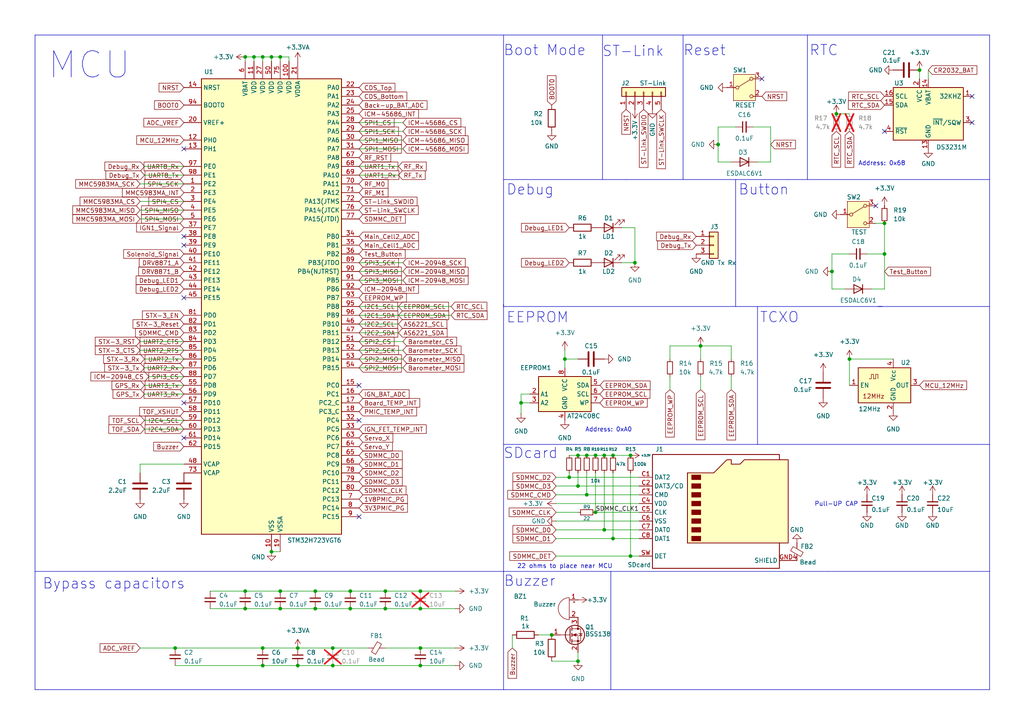
<source format=kicad_sch>
(kicad_sch (version 20250114) (generator "eeschema") (generator_version "9.0")
  (paper "A4")
  (title_block (title "Processor") (date "2025-07-01") (rev "1.0") (company "Robotics"))
  (text "Address: 0x68" (at 255.778 47.498 0) (effects (font (size 1.27 1.27))))
  (text "Bypass capacitors" (at 33.02 169.418 0) (effects (font (size 3 3))))
  (text "Address: 0xA0" (at 176.53 124.714 0) (effects (font (size 1.27 1.27))))
  (text "EEPROM" (at 146.812 93.98 0) (effects (font (size 3 3)) (justify left bottom)))
  (text "22 ohms to place near MCU" (at 163.83 164.338 0) (effects (font (size 1.27 1.27))))
  (text "ST-Link" (at 183.642 14.986 0) (effects (font (size 3 3))))
  (text "Buzzer" (at 153.67 168.656 0) (effects (font (size 3 3))))
  (text "Boot Mode" (at 157.988 14.732 0) (effects (font (size 3 3))))
  (text "RTC" (at 234.696 16.51 0) (effects (font (size 3 3)) (justify left bottom)))
  (text "Debug" (at 146.812 56.896 0) (effects (font (size 3 3)) (justify left bottom)))
  (text "Button" (at 214.122 56.896 0) (effects (font (size 3 3)) (justify left bottom)))
  (text "SDcard" (at 153.924 131.572 0) (effects (font (size 3 3))))
  (text "Pull-UP CAP" (at 242.57 146.304 0) (effects (font (size 1.27 1.27))))
  (text "Reset" (at 198.12 16.51 0) (effects (font (size 3 3)) (justify left bottom)))
  (text "MCU" (at 25.908 19.05 0) (effects (font (size 7.62 7.62))))
  (text "TCXO" (at 226.06 92.202 0) (effects (font (size 3 3))))
  (junction (at 96.52 193.04))
  (junction (at 71.12 176.53))
  (junction (at 182.88 161.29))
  (junction (at 91.44 171.45))
  (junction (at 175.26 153.67))
  (junction (at 91.44 176.53))
  (junction (at 76.2 187.96))
  (junction (at 266.7 20.32))
  (junction (at 203.2 100.33))
  (junction (at 160.02 184.15))
  (junction (at 163.83 104.14))
  (junction (at 121.92 187.96))
  (junction (at 165.1 138.43))
  (junction (at 121.92 193.04))
  (junction (at 73.66 16.51))
  (junction (at 86.36 187.96))
  (junction (at 121.92 176.53))
  (junction (at 177.8 156.21))
  (junction (at 167.64 132.08))
  (junction (at 81.28 16.51))
  (junction (at 76.2 193.04))
  (junction (at 78.74 16.51))
  (junction (at 241.3 78.74))
  (junction (at 256.54 64.77))
  (junction (at 172.72 132.08))
  (junction (at 177.8 132.08))
  (junction (at 170.18 143.51))
  (junction (at 101.6 171.45))
  (junction (at 167.64 140.97))
  (junction (at 121.92 171.45))
  (junction (at 71.12 16.51))
  (junction (at 246.38 104.14))
  (junction (at 170.18 132.08))
  (junction (at 71.12 171.45))
  (junction (at 101.6 176.53))
  (junction (at 172.72 148.59))
  (junction (at 167.64 191.77))
  (junction (at 182.88 132.08))
  (junction (at 111.76 176.53))
  (junction (at 76.2 16.51))
  (junction (at 96.52 187.96))
  (junction (at 151.13 116.84))
  (junction (at 81.28 176.53))
  (junction (at 86.36 193.04))
  (junction (at 256.54 73.66))
  (junction (at 242.57 33.02))
  (junction (at 208.28 41.91))
  (junction (at 175.26 132.08))
  (junction (at 50.8 187.96))
  (junction (at 111.76 171.45))
  (junction (at 78.74 160.02))
  (junction (at 184.15 76.2))
  (junction (at 81.28 171.45))
  (no_connect (at 104.14 111.76))
  (no_connect (at 104.14 149.86))
  (no_connect (at 53.34 71.12))
  (no_connect (at 220.98 22.86))
  (no_connect (at 53.34 68.58))
  (no_connect (at 53.34 86.36))
  (no_connect (at 53.34 43.18))
  (no_connect (at 53.34 127))
  (no_connect (at 53.34 116.84))
  (no_connect (at 104.14 121.92))
  (no_connect (at 281.94 35.56))
  (no_connect (at 256.54 38.1))
  (no_connect (at 281.94 27.94))
  (no_connect (at 254 59.69))
  (polyline (pts (xy 198.12 52.07) (xy 198.12 10.16)))
  (wire (pts (xy 104.14 99.06) (xy 116.84 99.06)))
  (wire (pts (xy 203.2 109.22) (xy 203.2 113.03)))
  (wire (pts (xy 86.36 187.96) (xy 96.52 187.96)))
  (wire (pts (xy 104.14 48.26) (xy 115.57 48.26)))
  (wire (pts (xy 163.83 104.14) (xy 167.64 104.14)))
  (polyline (pts (xy 10.16 200.025) (xy 10.16 10.16)))
  (wire (pts (xy 81.28 176.53) (xy 91.44 176.53)))
  (wire (pts (xy 73.66 16.51) (xy 76.2 16.51)))
  (wire (pts (xy 167.64 191.77) (xy 167.64 189.23)))
  (wire (pts (xy 41.91 48.26) (xy 53.34 48.26)))
  (wire (pts (xy 81.28 16.51) (xy 83.82 16.51)))
  (polyline (pts (xy 219.71 128.905) (xy 146.05 128.905)))
  (polyline (pts (xy 174.752 10.16) (xy 174.752 12.7)))
  (wire (pts (xy 208.28 41.91) (xy 208.28 46.99)))
  (wire (pts (xy 218.44 36.83) (xy 223.52 36.83)))
  (wire (pts (xy 151.13 114.3) (xy 151.13 116.84)))
  (wire (pts (xy 81.28 171.45) (xy 91.44 171.45)))
  (polyline (pts (xy 255.905 88.9) (xy 146.05 88.9)))
  (wire (pts (xy 177.8 156.21) (xy 185.42 156.21)))
  (wire (pts (xy 241.3 78.74) (xy 241.3 83.82)))
  (polyline (pts (xy 287.02 200.025) (xy 168.91 200.025)))
  (wire (pts (xy 101.6 176.53) (xy 111.76 176.53)))
  (wire (pts (xy 219.71 46.99) (xy 223.52 46.99)))
  (wire (pts (xy 91.44 171.45) (xy 101.6 171.45)))
  (polyline (pts (xy 254.635 88.9) (xy 287.02 88.9)))
  (wire (pts (xy 170.18 143.51) (xy 185.42 143.51)))
  (wire (pts (xy 172.72 132.08) (xy 175.26 132.08)))
  (wire (pts (xy 41.91 111.76) (xy 53.34 111.76)))
  (wire (pts (xy 104.14 35.56) (xy 116.84 35.56)))
  (wire (pts (xy 40.64 101.6) (xy 53.34 101.6)))
  (wire (pts (xy 161.29 143.51) (xy 170.18 143.51)))
  (wire (pts (xy 40.64 53.34) (xy 53.34 53.34)))
  (polyline (pts (xy 287.02 10.16) (xy 287.02 200.025)))
  (wire (pts (xy 208.28 36.83) (xy 213.36 36.83)))
  (wire (pts (xy 104.14 93.98) (xy 115.57 93.98)))
  (wire (pts (xy 182.88 137.16) (xy 182.88 161.29)))
  (wire (pts (xy 73.66 16.51) (xy 73.66 17.78)))
  (polyline (pts (xy 174.752 52.07) (xy 174.752 12.7)))
  (wire (pts (xy 60.96 176.53) (xy 71.12 176.53)))
  (wire (pts (xy 161.29 161.29) (xy 182.88 161.29)))
  (wire (pts (xy 40.64 63.5) (xy 53.34 63.5)))
  (wire (pts (xy 223.52 36.83) (xy 223.52 46.99)))
  (wire (pts (xy 180.34 76.2) (xy 184.15 76.2)))
  (wire (pts (xy 96.52 193.04) (xy 121.92 193.04)))
  (wire (pts (xy 104.14 106.68) (xy 116.84 106.68)))
  (wire (pts (xy 161.29 146.05) (xy 185.42 146.05)))
  (wire (pts (xy 161.29 148.59) (xy 167.64 148.59)))
  (wire (pts (xy 86.36 193.04) (xy 96.52 193.04)))
  (wire (pts (xy 81.28 16.51) (xy 81.28 17.78)))
  (wire (pts (xy 246.38 104.14) (xy 259.08 104.14)))
  (wire (pts (xy 41.91 50.8) (xy 53.34 50.8)))
  (wire (pts (xy 252.73 83.82) (xy 256.54 83.82)))
  (wire (pts (xy 203.2 100.33) (xy 212.09 100.33)))
  (wire (pts (xy 104.14 88.9) (xy 130.81 88.9)))
  (wire (pts (xy 167.64 137.16) (xy 167.64 140.97)))
  (wire (pts (xy 175.26 132.08) (xy 177.8 132.08)))
  (wire (pts (xy 121.92 193.04) (xy 132.08 193.04)))
  (wire (pts (xy 163.83 101.6) (xy 163.83 104.14)))
  (wire (pts (xy 121.92 176.53) (xy 132.08 176.53)))
  (wire (pts (xy 121.92 171.45) (xy 132.08 171.45)))
  (wire (pts (xy 91.44 176.53) (xy 101.6 176.53)))
  (wire (pts (xy 203.2 100.33) (xy 203.2 104.14)))
  (wire (pts (xy 212.09 109.22) (xy 212.09 113.03)))
  (wire (pts (xy 104.14 101.6) (xy 116.84 101.6)))
  (wire (pts (xy 161.29 138.43) (xy 165.1 138.43)))
  (polyline (pts (xy 146.05 165.735) (xy 177.165 165.735)))
  (wire (pts (xy 177.8 137.16) (xy 177.8 156.21)))
  (wire (pts (xy 76.2 16.51) (xy 78.74 16.51)))
  (wire (pts (xy 41.91 106.68) (xy 53.34 106.68)))
  (wire (pts (xy 104.14 96.52) (xy 115.57 96.52)))
  (wire (pts (xy 104.14 78.74) (xy 116.84 78.74)))
  (wire (pts (xy 256.54 73.66) (xy 256.54 83.82)))
  (wire (pts (xy 156.21 184.15) (xy 160.02 184.15)))
  (polyline (pts (xy 219.71 128.905) (xy 287.02 128.905)))
  (wire (pts (xy 104.14 91.44) (xy 130.81 91.44)))
  (wire (pts (xy 175.26 153.67) (xy 185.42 153.67)))
  (wire (pts (xy 78.74 160.02) (xy 81.28 160.02)))
  (wire (pts (xy 41.91 104.14) (xy 53.34 104.14)))
  (polyline (pts (xy 146.05 200.025) (xy 146.05 10.16)))
  (wire (pts (xy 50.8 187.96) (xy 76.2 187.96)))
  (wire (pts (xy 104.14 104.14) (xy 116.84 104.14)))
  (wire (pts (xy 104.14 38.1) (xy 116.84 38.1)))
  (wire (pts (xy 165.1 132.08) (xy 167.64 132.08)))
  (wire (pts (xy 161.29 156.21) (xy 177.8 156.21)))
  (wire (pts (xy 251.46 73.66) (xy 256.54 73.66)))
  (wire (pts (xy 241.3 73.66) (xy 241.3 78.74)))
  (polyline (pts (xy 177.165 165.735) (xy 177.165 200.025)))
  (wire (pts (xy 208.28 36.83) (xy 208.28 41.91)))
  (wire (pts (xy 76.2 193.04) (xy 86.36 193.04)))
  (wire (pts (xy 41.91 114.3) (xy 53.34 114.3)))
  (wire (pts (xy 165.1 138.43) (xy 185.42 138.43)))
  (wire (pts (xy 184.15 66.04) (xy 184.15 76.2)))
  (wire (pts (xy 194.31 109.22) (xy 194.31 113.03)))
  (wire (pts (xy 163.83 104.14) (xy 163.83 106.68)))
  (wire (pts (xy 167.64 140.97) (xy 185.42 140.97)))
  (wire (pts (xy 71.12 16.51) (xy 71.12 17.78)))
  (wire (pts (xy 111.76 171.45) (xy 121.92 171.45)))
  (wire (pts (xy 121.92 187.96) (xy 132.08 187.96)))
  (wire (pts (xy 254 64.77) (xy 256.54 64.77)))
  (wire (pts (xy 161.29 151.13) (xy 185.42 151.13)))
  (wire (pts (xy 43.18 109.22) (xy 53.34 109.22)))
  (polyline (pts (xy 146.05 52.07) (xy 181.61 52.07)))
  (wire (pts (xy 96.52 187.96) (xy 106.68 187.96)))
  (wire (pts (xy 256.54 64.77) (xy 256.54 73.66)))
  (wire (pts (xy 241.3 83.82) (xy 245.11 83.82)))
  (wire (pts (xy 172.72 148.59) (xy 185.42 148.59)))
  (polyline (pts (xy 240.03 165.735) (xy 287.02 165.735)))
  (wire (pts (xy 212.09 100.33) (xy 212.09 104.14)))
  (wire (pts (xy 71.12 176.53) (xy 81.28 176.53)))
  (wire (pts (xy 266.7 20.32) (xy 266.7 22.86)))
  (wire (pts (xy 170.18 137.16) (xy 170.18 143.51)))
  (wire (pts (xy 104.14 43.18) (xy 116.84 43.18)))
  (polyline (pts (xy 228.6 52.07) (xy 287.02 52.07)))
  (wire (pts (xy 111.76 176.53) (xy 121.92 176.53)))
  (wire (pts (xy 151.13 116.84) (xy 151.13 120.015)))
  (wire (pts (xy 148.59 184.15) (xy 148.59 187.96)))
  (wire (pts (xy 172.72 137.16) (xy 172.72 148.59)))
  (wire (pts (xy 194.31 100.33) (xy 203.2 100.33)))
  (wire (pts (xy 161.29 140.97) (xy 167.64 140.97)))
  (wire (pts (xy 83.82 16.51) (xy 83.82 17.78)))
  (wire (pts (xy 71.12 16.51) (xy 73.66 16.51)))
  (wire (pts (xy 76.2 16.51) (xy 76.2 17.78)))
  (wire (pts (xy 208.28 46.99) (xy 212.09 46.99)))
  (polyline (pts (xy 213.36 52.07) (xy 213.36 88.9)))
  (wire (pts (xy 104.14 50.8) (xy 115.57 50.8)))
  (polyline (pts (xy 181.61 52.07) (xy 228.6 52.07)))
  (wire (pts (xy 175.26 137.16) (xy 175.26 153.67)))
  (polyline (pts (xy 10.16 200.025) (xy 168.91 200.025)))
  (wire (pts (xy 165.1 137.16) (xy 165.1 138.43)))
  (wire (pts (xy 167.64 132.08) (xy 170.18 132.08)))
  (wire (pts (xy 60.96 171.45) (xy 71.12 171.45)))
  (wire (pts (xy 160.02 191.77) (xy 167.64 191.77)))
  (wire (pts (xy 194.31 104.14) (xy 194.31 100.33)))
  (wire (pts (xy 40.64 60.96) (xy 53.34 60.96)))
  (wire (pts (xy 78.74 16.51) (xy 81.28 16.51)))
  (wire (pts (xy 242.57 33.02) (xy 246.38 33.02)))
  (polyline (pts (xy 240.03 165.735) (xy 177.165 165.735)))
  (wire (pts (xy 40.64 187.96) (xy 50.8 187.96)))
  (wire (pts (xy 41.91 124.46) (xy 53.34 124.46)))
  (wire (pts (xy 50.8 193.04) (xy 76.2 193.04)))
  (wire (pts (xy 151.13 116.84) (xy 153.67 116.84)))
  (wire (pts (xy 153.67 114.3) (xy 151.13 114.3)))
  (wire (pts (xy 104.14 81.28) (xy 116.84 81.28)))
  (wire (pts (xy 177.8 132.08) (xy 182.88 132.08)))
  (wire (pts (xy 180.34 66.04) (xy 184.15 66.04)))
  (wire (pts (xy 246.38 111.76) (xy 246.38 104.14)))
  (polyline (pts (xy 10.16 165.735) (xy 146.05 165.735)))
  (wire (pts (xy 101.6 171.45) (xy 111.76 171.45)))
  (wire (pts (xy 78.74 16.51) (xy 78.74 17.78)))
  (polyline (pts (xy 146.05 88.9) (xy 146.05 88.265)))
  (wire (pts (xy 161.29 153.67) (xy 175.26 153.67)))
  (wire (pts (xy 241.3 73.66) (xy 246.38 73.66)))
  (polyline (pts (xy 10.16 10.16) (xy 287.02 10.16)))
  (wire (pts (xy 40.64 58.42) (xy 53.34 58.42)))
  (wire (pts (xy 40.64 134.62) (xy 40.64 137.16)))
  (wire (pts (xy 111.76 187.96) (xy 121.92 187.96)))
  (wire (pts (xy 71.12 171.45) (xy 81.28 171.45)))
  (wire (pts (xy 182.88 161.29) (xy 185.42 161.29)))
  (wire (pts (xy 40.64 134.62) (xy 53.34 134.62)))
  (wire (pts (xy 40.64 99.06) (xy 53.34 99.06)))
  (wire (pts (xy 41.91 121.92) (xy 53.34 121.92)))
  (wire (pts (xy 86.36 187.96) (xy 76.2 187.96)))
  (polyline (pts (xy 219.71 88.9) (xy 219.71 128.905)))
  (wire (pts (xy 170.18 132.08) (xy 172.72 132.08)))
  (wire (pts (xy 269.24 20.32) (xy 269.24 22.86)))
  (wire (pts (xy 104.14 40.64) (xy 116.84 40.64)))
  (wire (pts (xy 104.14 76.2) (xy 116.84 76.2)))
  (polyline (pts (xy 234.188 10.16) (xy 234.188 52.07)))
  (label "SDMMC_CLK1" (at 172.72 148.59 0))
  (global_label "Debug_LED2" (shape input) (at 53.34 83.82 180) (property "Intersheetrefs" "${INTERSHEET_REFS}" (effects (hide yes))))
  (global_label "EEPROM_SDA" (shape input) (at 212.09 113.03 270) (property "Intersheetrefs" "${INTERSHEET_REFS}" (effects (hide yes))))
  (global_label "Barometer_SCK" (shape input) (at 116.84 101.6 0) (property "Intersheetrefs" "${INTERSHEET_REFS}" (effects (hide yes))))
  (global_label "Servo_X" (shape input) (at 104.14 127 0) (property "Intersheetrefs" "${INTERSHEET_REFS}" (effects (hide yes))))
  (global_label "I2C2_SCL" (shape input) (at 104.14 93.98 0) (property "Intersheetrefs" "${INTERSHEET_REFS}" (effects (hide yes))))
  (global_label "IGN_BAT_ADC" (shape input) (at 104.14 114.3 0) (property "Intersheetrefs" "${INTERSHEET_REFS}" (effects (hide yes))))
  (global_label "DRV8871_B" (shape input) (at 53.34 78.74 180) (property "Intersheetrefs" "${INTERSHEET_REFS}" (effects (hide yes))))
  (global_label "MCU_12MHz" (shape input) (at 53.34 40.64 180) (property "Intersheetrefs" "${INTERSHEET_REFS}" (effects (hide yes))))
  (global_label "ICM-45686_CS" (shape input) (at 116.84 35.56 0) (property "Intersheetrefs" "${INTERSHEET_REFS}" (effects (hide yes))))
  (global_label "NRST" (shape input) (at 220.98 27.94 0) (property "Intersheetrefs" "${INTERSHEET_REFS}" (effects (hide yes))))
  (global_label "RTC_SCL" (shape input) (at 130.81 88.9 0) (property "Intersheetrefs" "${INTERSHEET_REFS}" (effects (hide yes))))
  (global_label "Barometer_MOSI" (shape input) (at 116.84 106.68 0) (property "Intersheetrefs" "${INTERSHEET_REFS}" (effects (hide yes))))
  (global_label "SDMMC_DET" (shape input) (at 104.14 63.5 0) (property "Intersheetrefs" "${INTERSHEET_REFS}" (effects (hide yes))))
  (global_label "UART1_Tx" (shape input) (at 104.14 48.26 0) (property "Intersheetrefs" "${INTERSHEET_REFS}" (effects (hide yes))))
  (global_label "SPI2_SCK" (shape input) (at 104.14 101.6 0) (property "Intersheetrefs" "${INTERSHEET_REFS}" (effects (hide yes))))
  (global_label "BOOT0" (shape input) (at 53.34 30.48 180) (property "Intersheetrefs" "${INTERSHEET_REFS}" (effects (hide yes))))
  (global_label "ADC_VREF" (shape input) (at 53.34 35.56 180) (property "Intersheetrefs" "${INTERSHEET_REFS}" (effects (hide yes))))
  (global_label "SPI1_MISO" (shape input) (at 104.14 40.64 0) (property "Intersheetrefs" "${INTERSHEET_REFS}" (effects (hide yes))))
  (global_label "3V3PMIC_PG" (shape input) (at 104.14 147.32 0) (property "Intersheetrefs" "${INTERSHEET_REFS}" (effects (hide yes))))
  (global_label "EEPROM_SCL" (shape input) (at 173.99 114.3 0) (property "Intersheetrefs" "${INTERSHEET_REFS}" (effects (hide yes))))
  (global_label "TOF_SCL" (shape input) (at 41.91 121.92 180) (property "Intersheetrefs" "${INTERSHEET_REFS}" (effects (hide yes))))
  (global_label "DRV8871_A" (shape input) (at 53.34 76.2 180) (property "Intersheetrefs" "${INTERSHEET_REFS}" (effects (hide yes))))
  (global_label "Barometer_CS" (shape input) (at 116.84 99.06 0) (property "Intersheetrefs" "${INTERSHEET_REFS}" (effects (hide yes))))
  (global_label "EEPROM_SDA" (shape input) (at 173.99 111.76 0) (property "Intersheetrefs" "${INTERSHEET_REFS}" (effects (hide yes))))
  (global_label "Barometer_MISO" (shape input) (at 116.84 104.14 0) (property "Intersheetrefs" "${INTERSHEET_REFS}" (effects (hide yes))))
  (global_label "SDMMC_D2" (shape input) (at 104.14 137.16 0) (property "Intersheetrefs" "${INTERSHEET_REFS}" (effects (hide yes))))
  (global_label "UART2_RTS" (shape input) (at 53.34 101.6 180) (property "Intersheetrefs" "${INTERSHEET_REFS}" (effects (hide yes))))
  (global_label "STX-3_Reset" (shape input) (at 53.34 93.98 180) (property "Intersheetrefs" "${INTERSHEET_REFS}" (effects (hide yes))))
  (global_label "I2C4_SDA" (shape input) (at 53.34 124.46 180) (property "Intersheetrefs" "${INTERSHEET_REFS}" (effects (hide yes))))
  (global_label "RTC_SDA" (shape input) (at 256.54 30.48 180) (property "Intersheetrefs" "${INTERSHEET_REFS}" (effects (hide yes))))
  (global_label "SPI1_MOSI" (shape input) (at 104.14 43.18 0) (property "Intersheetrefs" "${INTERSHEET_REFS}" (effects (hide yes))))
  (global_label "SDMMC_CLK" (shape input) (at 104.14 142.24 0) (property "Intersheetrefs" "${INTERSHEET_REFS}" (effects (hide yes))))
  (global_label "SDMMC_D0" (shape input) (at 161.29 153.67 180) (property "Intersheetrefs" "${INTERSHEET_REFS}" (effects (hide yes))))
  (global_label "ICM-20948_CS" (shape input) (at 43.18 109.22 180) (property "Intersheetrefs" "${INTERSHEET_REFS}" (effects (hide yes))))
  (global_label "MMC5983MA_MOSI" (shape input) (at 40.64 63.5 180) (property "Intersheetrefs" "${INTERSHEET_REFS}" (effects (hide yes))))
  (global_label "SDMMC_CMD" (shape input) (at 161.29 143.51 180) (property "Intersheetrefs" "${INTERSHEET_REFS}" (effects (hide yes))))
  (global_label "EEPROM_SCL" (shape input) (at 203.2 113.03 270) (property "Intersheetrefs" "${INTERSHEET_REFS}" (effects (hide yes))))
  (global_label "Main_Cell1_ADC" (shape input) (at 104.14 71.12 0) (property "Intersheetrefs" "${INTERSHEET_REFS}" (effects (hide yes))))
  (global_label "GPS_Tx" (shape input) (at 41.91 114.3 180) (property "Intersheetrefs" "${INTERSHEET_REFS}" (effects (hide yes))))
  (global_label "EEPROM_WP" (shape input) (at 194.31 113.03 270) (property "Intersheetrefs" "${INTERSHEET_REFS}" (effects (hide yes))))
  (global_label "ICM-20948_SCK" (shape input) (at 116.84 76.2 0) (property "Intersheetrefs" "${INTERSHEET_REFS}" (effects (hide yes))))
  (global_label "STX-3_EN" (shape input) (at 53.34 91.44 180) (property "Intersheetrefs" "${INTERSHEET_REFS}" (effects (hide yes))))
  (global_label "Solenoid_Signal" (shape input) (at 53.34 73.66 180) (property "Intersheetrefs" "${INTERSHEET_REFS}" (effects (hide yes))))
  (global_label "IGN1_Signal" (shape input) (at 53.34 66.04 180) (property "Intersheetrefs" "${INTERSHEET_REFS}" (effects (hide yes))))
  (global_label "RF_Rx" (shape input) (at 115.57 48.26 0) (property "Intersheetrefs" "${INTERSHEET_REFS}" (effects (hide yes))))
  (global_label "ICM-20948_MOSI" (shape input) (at 116.84 81.28 0) (property "Intersheetrefs" "${INTERSHEET_REFS}" (effects (hide yes))))
  (global_label "RTC_SDA" (shape input) (at 130.81 91.44 0) (property "Intersheetrefs" "${INTERSHEET_REFS}" (effects (hide yes))))
  (global_label "RF_RST" (shape input) (at 104.14 45.72 0) (property "Intersheetrefs" "${INTERSHEET_REFS}" (effects (hide yes))))
  (global_label "SDMMC_D1" (shape input) (at 104.14 134.62 0) (property "Intersheetrefs" "${INTERSHEET_REFS}" (effects (hide yes))))
  (global_label "ST-Link_SWCLK" (shape input) (at 191.77 31.75 270) (property "Intersheetrefs" "${INTERSHEET_REFS}" (effects (hide yes))))
  (global_label "SDMMC_DET" (shape input) (at 161.29 161.29 180) (property "Intersheetrefs" "${INTERSHEET_REFS}" (effects (hide yes))))
  (global_label "Debug_Rx" (shape input) (at 41.91 48.26 180) (property "Intersheetrefs" "${INTERSHEET_REFS}" (effects (hide yes))))
  (global_label "ICM-45686_MOSI" (shape input) (at 116.84 43.18 0) (property "Intersheetrefs" "${INTERSHEET_REFS}" (effects (hide yes))))
  (global_label "SPI1_SCK" (shape input) (at 104.14 38.1 0) (property "Intersheetrefs" "${INTERSHEET_REFS}" (effects (hide yes))))
  (global_label "ST-Link_SWDIO" (shape input) (at 186.69 31.75 270) (property "Intersheetrefs" "${INTERSHEET_REFS}" (effects (hide yes))))
  (global_label "UART8_Rx" (shape input) (at 53.34 48.26 180) (property "Intersheetrefs" "${INTERSHEET_REFS}" (effects (hide yes))))
  (global_label "UART3_Rx" (shape input) (at 53.34 114.3 180) (property "Intersheetrefs" "${INTERSHEET_REFS}" (effects (hide yes))))
  (global_label "ST-Link_SWDIO" (shape input) (at 104.14 58.42 0) (property "Intersheetrefs" "${INTERSHEET_REFS}" (effects (hide yes))))
  (global_label "SDMMC_D1" (shape input) (at 161.29 156.21 180) (property "Intersheetrefs" "${INTERSHEET_REFS}" (effects (hide yes))))
  (global_label "SPI2_MOSI" (shape input) (at 104.14 106.68 0) (property "Intersheetrefs" "${INTERSHEET_REFS}" (effects (hide yes))))
  (global_label "UART8_Tx" (shape input) (at 53.34 50.8 180) (property "Intersheetrefs" "${INTERSHEET_REFS}" (effects (hide yes))))
  (global_label "SPI4_MISO" (shape input) (at 53.34 60.96 180) (property "Intersheetrefs" "${INTERSHEET_REFS}" (effects (hide yes))))
  (global_label "EEPROM_SDA" (shape input) (at 115.57 91.44 0) (property "Intersheetrefs" "${INTERSHEET_REFS}" (effects (hide yes))))
  (global_label "Debug_Rx" (shape input) (at 201.93 68.58 180) (property "Intersheetrefs" "${INTERSHEET_REFS}" (effects (hide yes))))
  (global_label "GPS_Rx" (shape input) (at 41.91 111.76 180) (property "Intersheetrefs" "${INTERSHEET_REFS}" (effects (hide yes))))
  (global_label "CR2032_BAT" (shape input) (at 269.24 20.32 0) (property "Intersheetrefs" "${INTERSHEET_REFS}" (effects (hide yes))))
  (global_label "UART2_Rx" (shape input) (at 53.34 106.68 180) (property "Intersheetrefs" "${INTERSHEET_REFS}" (effects (hide yes))))
  (global_label "SDMMC_D2" (shape input) (at 161.29 138.43 180) (property "Intersheetrefs" "${INTERSHEET_REFS}" (effects (hide yes))))
  (global_label "TOF_SDA" (shape input) (at 41.91 124.46 180) (property "Intersheetrefs" "${INTERSHEET_REFS}" (effects (hide yes))))
  (global_label "SPI4_MOSI" (shape input) (at 53.34 63.5 180) (property "Intersheetrefs" "${INTERSHEET_REFS}" (effects (hide yes))))
  (global_label "Test_Button" (shape input) (at 104.14 73.66 0) (property "Intersheetrefs" "${INTERSHEET_REFS}" (effects (hide yes))))
  (global_label "IGN_FET_TEMP_INT" (shape input) (at 104.14 124.46 0) (property "Intersheetrefs" "${INTERSHEET_REFS}" (effects (hide yes))))
  (global_label "SPI3_CS" (shape input) (at 53.34 109.22 180) (property "Intersheetrefs" "${INTERSHEET_REFS}" (effects (hide yes))))
  (global_label "Buzzer" (shape input) (at 148.59 187.96 270) (property "Intersheetrefs" "${INTERSHEET_REFS}" (effects (hide yes))))
  (global_label "Debug_Tx" (shape input) (at 201.93 71.12 180) (property "Intersheetrefs" "${INTERSHEET_REFS}" (effects (hide yes))))
  (global_label "RTC_SDA" (shape input) (at 246.38 38.1 270) (property "Intersheetrefs" "${INTERSHEET_REFS}" (effects (hide yes))))
  (global_label "1V8PMIC_PG" (shape input) (at 104.14 144.78 0) (property "Intersheetrefs" "${INTERSHEET_REFS}" (effects (hide yes))))
  (global_label "ADC_VREF" (shape input) (at 40.64 187.96 180) (property "Intersheetrefs" "${INTERSHEET_REFS}" (effects (hide yes))))
  (global_label "AS6221_SDA" (shape input) (at 115.57 96.52 0) (property "Intersheetrefs" "${INTERSHEET_REFS}" (effects (hide yes))))
  (global_label "NRST" (shape input) (at 181.61 31.75 270) (property "Intersheetrefs" "${INTERSHEET_REFS}" (effects (hide yes))))
  (global_label "UART1_Rx" (shape input) (at 104.14 50.8 0) (property "Intersheetrefs" "${INTERSHEET_REFS}" (effects (hide yes))))
  (global_label "Debug_LED1" (shape input) (at 53.34 81.28 180) (property "Intersheetrefs" "${INTERSHEET_REFS}" (effects (hide yes))))
  (global_label "I2C1_SCL" (shape input) (at 104.14 88.9 0) (property "Intersheetrefs" "${INTERSHEET_REFS}" (effects (hide yes))))
  (global_label "AS6221_SCL" (shape input) (at 115.57 93.98 0) (property "Intersheetrefs" "${INTERSHEET_REFS}" (effects (hide yes))))
  (global_label "MMC5983MA_INT" (shape input) (at 53.34 55.88 180) (property "Intersheetrefs" "${INTERSHEET_REFS}" (effects (hide yes))))
  (global_label "SDMMC_D3" (shape input) (at 104.14 139.7 0) (property "Intersheetrefs" "${INTERSHEET_REFS}" (effects (hide yes))))
  (global_label "SPI4_CS" (shape input) (at 53.34 58.42 180) (property "Intersheetrefs" "${INTERSHEET_REFS}" (effects (hide yes))))
  (global_label "SDMMC_CMD" (shape input) (at 53.34 96.52 180) (property "Intersheetrefs" "${INTERSHEET_REFS}" (effects (hide yes))))
  (global_label "CDS_Bottom" (shape input) (at 104.14 27.94 0) (property "Intersheetrefs" "${INTERSHEET_REFS}" (effects (hide yes))))
  (global_label "I2C1_SDA" (shape input) (at 104.14 91.44 0) (property "Intersheetrefs" "${INTERSHEET_REFS}" (effects (hide yes))))
  (global_label "SPI1_CS" (shape input) (at 104.14 35.56 0) (property "Intersheetrefs" "${INTERSHEET_REFS}" (effects (hide yes))))
  (global_label "SPI3_SCK" (shape input) (at 104.14 76.2 0) (property "Intersheetrefs" "${INTERSHEET_REFS}" (effects (hide yes))))
  (global_label "SDMMC_D0" (shape input) (at 104.14 132.08 0) (property "Intersheetrefs" "${INTERSHEET_REFS}" (effects (hide yes))))
  (global_label "Main_Cell2_ADC" (shape input) (at 104.14 68.58 0) (property "Intersheetrefs" "${INTERSHEET_REFS}" (effects (hide yes))))
  (global_label "EEPROM_SCL" (shape input) (at 115.57 88.9 0) (property "Intersheetrefs" "${INTERSHEET_REFS}" (effects (hide yes))))
  (global_label "I2C2_SDA" (shape input) (at 104.14 96.52 0) (property "Intersheetrefs" "${INTERSHEET_REFS}" (effects (hide yes))))
  (global_label "PMIC_TEMP_INT" (shape input) (at 104.14 119.38 0) (property "Intersheetrefs" "${INTERSHEET_REFS}" (effects (hide yes))))
  (global_label "RF_M1" (shape input) (at 104.14 55.88 0) (property "Intersheetrefs" "${INTERSHEET_REFS}" (effects (hide yes))))
  (global_label "Debug_LED2" (shape input) (at 165.1 76.2 180) (property "Intersheetrefs" "${INTERSHEET_REFS}" (effects (hide yes))))
  (global_label "UART2_CTS" (shape input) (at 53.34 99.06 180) (property "Intersheetrefs" "${INTERSHEET_REFS}" (effects (hide yes))))
  (global_label "STX-3_RST" (shape input) (at 40.64 99.06 180) (property "Intersheetrefs" "${INTERSHEET_REFS}" (effects (hide yes))))
  (global_label "ICM-45686_MISO" (shape input) (at 116.84 40.64 0) (property "Intersheetrefs" "${INTERSHEET_REFS}" (effects (hide yes))))
  (global_label "Debug_Tx" (shape input) (at 41.91 50.8 180) (property "Intersheetrefs" "${INTERSHEET_REFS}" (effects (hide yes))))
  (global_label "ICM-20948_INT" (shape input) (at 104.14 83.82 0) (property "Intersheetrefs" "${INTERSHEET_REFS}" (effects (hide yes))))
  (global_label "STX-3_CTS" (shape input) (at 40.64 101.6 180) (property "Intersheetrefs" "${INTERSHEET_REFS}" (effects (hide yes))))
  (global_label "STX-3_Tx" (shape input) (at 41.91 106.68 180) (property "Intersheetrefs" "${INTERSHEET_REFS}" (effects (hide yes))))
  (global_label "TOF_XSHUT" (shape input) (at 53.34 119.38 180) (property "Intersheetrefs" "${INTERSHEET_REFS}" (effects (hide yes))))
  (global_label "EEPROM_WP" (shape input) (at 104.14 86.36 0) (property "Intersheetrefs" "${INTERSHEET_REFS}" (effects (hide yes))))
  (global_label "RF_M0" (shape input) (at 104.14 53.34 0) (property "Intersheetrefs" "${INTERSHEET_REFS}" (effects (hide yes))))
  (global_label "NRST" (shape input) (at 223.52 41.91 0) (property "Intersheetrefs" "${INTERSHEET_REFS}" (effects (hide yes))))
  (global_label "MMC5983MA_SCK" (shape input) (at 40.64 53.34 180) (property "Intersheetrefs" "${INTERSHEET_REFS}" (effects (hide yes))))
  (global_label "NRST" (shape input) (at 53.34 25.4 180) (property "Intersheetrefs" "${INTERSHEET_REFS}" (effects (hide yes))))
  (global_label "SPI2_MISO" (shape input) (at 104.14 104.14 0) (property "Intersheetrefs" "${INTERSHEET_REFS}" (effects (hide yes))))
  (global_label "Debug_LED1" (shape input) (at 165.1 66.04 180) (property "Intersheetrefs" "${INTERSHEET_REFS}" (effects (hide yes))))
  (global_label "MMC5983MA_MISO" (shape input) (at 40.64 60.96 180) (property "Intersheetrefs" "${INTERSHEET_REFS}" (effects (hide yes))))
  (global_label "Board_TEMP_INT" (shape input) (at 104.14 116.84 0) (property "Intersheetrefs" "${INTERSHEET_REFS}" (effects (hide yes))))
  (global_label "Test_Button" (shape input) (at 256.54 78.74 0) (property "Intersheetrefs" "${INTERSHEET_REFS}" (effects (hide yes))))
  (global_label "CDS_Top" (shape input) (at 104.14 25.4 0) (property "Intersheetrefs" "${INTERSHEET_REFS}" (effects (hide yes))))
  (global_label "Back-up_BAT_ADC" (shape input) (at 104.14 30.48 0) (property "Intersheetrefs" "${INTERSHEET_REFS}" (effects (hide yes))))
  (global_label "SPI3_MISO" (shape input) (at 104.14 78.74 0) (property "Intersheetrefs" "${INTERSHEET_REFS}" (effects (hide yes))))
  (global_label "ICM-20948_MISO" (shape input) (at 116.84 78.74 0) (property "Intersheetrefs" "${INTERSHEET_REFS}" (effects (hide yes))))
  (global_label "SPI2_CS" (shape input) (at 104.14 99.06 0) (property "Intersheetrefs" "${INTERSHEET_REFS}" (effects (hide yes))))
  (global_label "UART2_Tx" (shape input) (at 53.34 104.14 180) (property "Intersheetrefs" "${INTERSHEET_REFS}" (effects (hide yes))))
  (global_label "RF_Tx" (shape input) (at 115.57 50.8 0) (property "Intersheetrefs" "${INTERSHEET_REFS}" (effects (hide yes))))
  (global_label "UART3_Tx" (shape input) (at 53.34 111.76 180) (property "Intersheetrefs" "${INTERSHEET_REFS}" (effects (hide yes))))
  (global_label "Servo_Y" (shape input) (at 104.14 129.54 0) (property "Intersheetrefs" "${INTERSHEET_REFS}" (effects (hide yes))))
  (global_label "I2C4_SCL" (shape input) (at 53.34 121.92 180) (property "Intersheetrefs" "${INTERSHEET_REFS}" (effects (hide yes))))
  (global_label "RTC_SCL" (shape input) (at 242.57 38.1 270) (property "Intersheetrefs" "${INTERSHEET_REFS}" (effects (hide yes))))
  (global_label "MMC5983MA_CS" (shape input) (at 40.64 58.42 180) (property "Intersheetrefs" "${INTERSHEET_REFS}" (effects (hide yes))))
  (global_label "STX-3_Rx" (shape input) (at 41.91 104.14 180) (property "Intersheetrefs" "${INTERSHEET_REFS}" (effects (hide yes))))
  (global_label "BOOT0" (shape input) (at 160.02 30.48 90) (property "Intersheetrefs" "${INTERSHEET_REFS}" (effects (hide yes))))
  (global_label "ICM-45686_SCK" (shape input) (at 116.84 38.1 0) (property "Intersheetrefs" "${INTERSHEET_REFS}" (effects (hide yes))))
  (global_label "ICM-45686_INT" (shape input) (at 104.14 33.02 0) (property "Intersheetrefs" "${INTERSHEET_REFS}" (effects (hide yes))))
  (global_label "SPI3_MOSI" (shape input) (at 104.14 81.28 0) (property "Intersheetrefs" "${INTERSHEET_REFS}" (effects (hide yes))))
  (global_label "SDMMC_CLK" (shape input) (at 161.29 148.59 180) (property "Intersheetrefs" "${INTERSHEET_REFS}" (effects (hide yes))))
  (global_label "SDMMC_D3" (shape input) (at 161.29 140.97 180) (property "Intersheetrefs" "${INTERSHEET_REFS}" (effects (hide yes))))
  (global_label "Buzzer" (shape input) (at 53.34 129.54 180) (property "Intersheetrefs" "${INTERSHEET_REFS}" (effects (hide yes))))
  (global_label "MCU_12MHz" (shape input) (at 266.7 111.76 0) (property "Intersheetrefs" "${INTERSHEET_REFS}" (effects (hide yes))))
  (global_label "RTC_SCL" (shape input) (at 256.54 27.94 180) (property "Intersheetrefs" "${INTERSHEET_REFS}" (effects (hide yes))))
  (global_label "ST-Link_SWCLK" (shape input) (at 104.14 60.96 0) (property "Intersheetrefs" "${INTERSHEET_REFS}" (effects (hide yes))))
  (global_label "EEPROM_WP" (shape input) (at 173.99 116.84 0) (property "Intersheetrefs" "${INTERSHEET_REFS}" (effects (hide yes))))
  (global_label "SPI4_SCK" (shape input) (at 53.34 53.34 180) (property "Intersheetrefs" "${INTERSHEET_REFS}" (effects (hide yes))))
  (symbol (lib_id "Device:Buzzer") (at 165.1 176.53 0) (mirror y) (unit 1)
    (property "Reference" "BZ1" (at 152.908 172.974 0) (effects (justify left)))
    (property "Value" "Buzzer" (at 161.29 175.26 0) (effects (justify left)))
    (property "Footprint" "PCB:XDCR_SMTB-0827-TW-R" (effects (hide yes)))
  )
  (symbol (lib_id "power:+3.3V") (at 203.2 100.33 0) (unit 1)
    (property "Reference" "#PWR029" (effects (hide yes)))
    (property "Value" "+3.3V" (at 203.2 95.25 0))
  )
  (symbol (lib_id "Device:C_Small") (at 261.62 146.05 0) (unit 1)
    (property "Reference" "C20" (at 262.89 144.526 0) (effects (justify left)))
    (property "Value" "0.1uF" (at 262.89 147.828 0) (effects (justify left)))
    (property "Footprint" "Capacitor_SMD:C_0603_1608Metric" (effects (hide yes)))
    (property "Description" "Unpolarized capacitor, small symbol" (effects (hide yes)))
  )
  (symbol (lib_id "power:GND") (at 261.62 148.59 0) (mirror y) (unit 1)
    (property "Reference" "#PWR045" (effects (hide yes)))
    (property "Value" "GND" (at 261.62 152.4 0))
  )
  (symbol (lib_id "Device:R_Small") (at 212.09 106.68 0) (unit 1)
    (property "Reference" "R16" (at 214.63 105.4099 0) (effects (justify left)))
    (property "Value" "4.7k" (at 214.63 107.9499 0) (effects (justify left)))
    (property "Footprint" "Resistor_SMD:R_0603_1608Metric" (effects (hide yes)))
  )
  (symbol (lib_id "power:GND") (at 78.74 160.02 0) (unit 1)
    (property "Reference" "#PWR08" (effects (hide yes)))
    (property "Value" "GND" (at 74.93 161.544 0))
    (property "Description" "Power symbol creates a global label with name \"GND\" , ground" (effects (hide yes)))
  )
  (symbol (lib_id "power:+3.3V") (at 184.15 31.75 180) (unit 1)
    (property "Reference" "#PWR025" (effects (hide yes)))
    (property "Value" "+3.3V" (at 184.15 37.846 90))
    (property "Description" "Power symbol creates a global label with name \"+3.3V\"" (effects (hide yes)))
  )
  (symbol (lib_id "power:GND") (at 243.84 62.23 270) (unit 1)
    (property "Reference" "#PWR037" (effects (hide yes)))
    (property "Value" "GND" (at 240.03 62.2299 90) (effects (justify right)))
    (property "Description" "Power symbol creates a global label with name \"GND\" , ground" (effects (hide yes)))
  )
  (symbol (lib_id "power:+3.3VA") (at 86.36 17.78 0) (unit 1)
    (property "Reference" "#PWR09" (effects (hide yes)))
    (property "Value" "+3.3VA" (at 86.36 13.716 0))
    (property "Description" "Power symbol creates a global label with name \"+3.3VA\"" (effects (hide yes)))
  )
  (symbol (lib_id "power:GND") (at 269.24 43.18 0) (unit 1)
    (property "Reference" "#PWR047" (effects (hide yes)))
    (property "Value" "GND" (at 269.24 47.498 0))
  )
  (symbol (lib_id "Device:C_Small") (at 121.92 173.99 0) (unit 1) (on_board no) (dnp yes)
    (property "Reference" "C13" (at 124.46 172.7262 0) (effects (justify left)))
    (property "Value" "10uF" (at 124.46 175.2662 0) (effects (justify left)))
    (property "Footprint" "Capacitor_SMD:C_0805_2012Metric" (effects (hide yes)))
    (property "Description" "Unpolarized capacitor, small symbol" (effects (hide yes)))
  )
  (symbol (lib_id "Device:C") (at 171.45 104.14 90) (unit 1)
    (property "Reference" "C15" (at 171.45 100.33 90))
    (property "Value" "0.1uF" (at 171.45 107.95 90))
    (property "Footprint" "Capacitor_SMD:C_0603_1608Metric" (effects (hide yes)))
  )
  (symbol (lib_id "Device:C_Small") (at 50.8 190.5 0) (unit 1)
    (property "Reference" "C2" (at 53.34 189.2362 0) (effects (justify left)))
    (property "Value" "0.1uF" (at 53.34 191.7762 0) (effects (justify left)))
    (property "Footprint" "Capacitor_SMD:C_0603_1608Metric" (effects (hide yes)))
    (property "Description" "Unpolarized capacitor, small symbol" (effects (hide yes)))
  )
  (symbol (lib_id "MCU_ST_STM32H7:STM32H723VGTx") (at 78.74 88.9 0) (unit 1)
    (property "Reference" "U1" (at 59.182 20.828 0) (effects (justify left)))
    (property "Value" "STM32H723VGT6" (at 83.312 156.718 0) (effects (justify left)))
    (property "Footprint" "Package_QFP:LQFP-100_14x14mm_P0.5mm" (effects (hide yes)))
    (property "Datasheet" "https://www.st.com/resource/en/datasheet/stm32h723vg.pdf" (effects (hide yes)))
    (property "Description" "STMicroelectronics Arm Cortex-M7 MCU, 1024KB flash, 564KB RAM, 550 MHz, 1.71-3.6V, 82 GPIO, LQFP100" (effects (hide yes)))
  )
  (symbol (lib_id "power:+3.3V") (at 71.12 16.51 90) (unit 1)
    (property "Reference" "#PWR07" (effects (hide yes)))
    (property "Value" "+3.3V" (at 64.77 16.51 90))
    (property "Description" "Power symbol creates a global label with name \"+3.3V\"" (effects (hide yes)))
  )
  (symbol (lib_id "Device:R_Small") (at 170.18 148.59 270) (unit 1)
    (property "Reference" "R9" (at 170.18 147.066 90) (effects (font (size 1 1))))
    (property "Value" "22" (at 170.18 150.368 90) (effects (font (size 1 1))))
    (property "Footprint" "Resistor_SMD:R_0402_1005Metric" (effects (hide yes)))
    (property "Description" "Resistor, small symbol" (effects (hide yes)))
  )
  (symbol (lib_id "Device:C_Small") (at 251.46 146.05 0) (unit 1)
    (property "Reference" "C19" (at 252.73 144.526 0) (effects (justify left)))
    (property "Value" "0.1uF" (at 252.73 147.828 0) (effects (justify left)))
    (property "Footprint" "Capacitor_SMD:C_0603_1608Metric" (effects (hide yes)))
    (property "Description" "Unpolarized capacitor, small symbol" (effects (hide yes)))
  )
  (symbol (lib_id "power:+3.3V") (at 132.08 171.45 270) (unit 1)
    (property "Reference" "#PWR011" (effects (hide yes)))
    (property "Value" "+3.3V" (at 135.89 171.4499 90) (effects (justify left)))
  )
  (symbol (lib_id "Device:R_Small") (at 203.2 106.68 0) (unit 1)
    (property "Reference" "R15" (at 205.74 105.4099 0) (effects (justify left)))
    (property "Value" "4.7k" (at 205.486 107.95 0) (effects (justify left)))
    (property "Footprint" "Resistor_SMD:R_0603_1608Metric" (effects (hide yes)))
  )
  (symbol (lib_id "Device:C_Small") (at 60.96 173.99 0) (unit 1)
    (property "Reference" "C4" (at 63.5 172.7262 0) (effects (justify left)))
    (property "Value" "0.1uF" (at 63.5 175.2662 0) (effects (justify left)))
    (property "Footprint" "Capacitor_SMD:C_0603_1608Metric" (effects (hide yes)))
    (property "Description" "Unpolarized capacitor, small symbol" (effects (hide yes)))
  )
  (symbol (lib_id "power:GND") (at 189.23 31.75 0) (unit 1)
    (property "Reference" "#PWR027" (effects (hide yes)))
    (property "Value" "GND" (at 189.2299 35.56 90) (effects (justify right)))
    (property "Description" "Power symbol creates a global label with name \"GND\" , ground" (effects (hide yes)))
  )
  (symbol (lib_id "Device:C_Small") (at 86.36 190.5 0) (unit 1)
    (property "Reference" "C8" (at 88.9 189.2362 0) (effects (justify left)))
    (property "Value" "0.1uF" (at 88.9 191.7762 0) (effects (justify left)))
    (property "Footprint" "Capacitor_SMD:C_0603_1608Metric" (effects (hide yes)))
    (property "Description" "Unpolarized capacitor, small symbol" (effects (hide yes)))
  )
  (symbol (lib_id "power:+3.3V") (at 270.51 143.51 0) (unit 1)
    (property "Reference" "#PWR048" (effects (hide yes)))
    (property "Value" "+3.3V" (at 270.51 139.954 0))
    (property "Description" "Power symbol creates a global label with name \"+3.3V\"" (effects (hide yes)))
  )
  (symbol (lib_id "power:+3.3V") (at 242.57 33.02 0) (unit 1)
    (property "Reference" "#PWR036" (effects (hide yes)))
    (property "Value" "+3.3V" (at 242.57 29.464 0))
    (property "Description" "Power symbol creates a global label with name \"+3.3V\"" (effects (hide yes)))
  )
  (symbol (lib_id "power:GND") (at 259.08 119.38 0) (unit 1)
    (property "Reference" "#PWR043" (effects (hide yes)))
    (property "Value" "GND" (at 259.08 124.46 0))
    (property "Description" "Power symbol creates a global label with name \"GND\" , ground" (effects (hide yes)))
  )
  (symbol (lib_id "Device:LED") (at 176.53 66.04 180) (unit 1)
    (property "Reference" "D1" (at 176.53 63.246 0))
    (property "Value" "LD1" (at 176.53 68.58 0))
    (property "Footprint" "LED_SMD:LED_0805_2012Metric" (effects (hide yes)))
    (property "Description" "Light emitting diode" (effects (hide yes)))
  )
  (symbol (lib_id "Switch:SW_SPDT_312") (at 248.92 62.23 0) (unit 1)
    (property "Reference" "SW2" (at 247.65 57.15 0))
    (property "Value" "TEST" (at 249.174 67.31 0))
    (property "Footprint" "PCB:TLSMDT3C020GLFS" (effects (hide yes)))
    (property "Description" "Switch, single pole double throw" (effects (hide yes)))
  )
  (symbol (lib_id "Device:R") (at 168.91 76.2 90) (unit 1)
    (property "Reference" "R7" (at 168.91 73.406 90))
    (property "Value" "1k" (at 168.91 78.74 90))
    (property "Footprint" "Resistor_SMD:R_0603_1608Metric" (effects (hide yes)))
    (property "Description" "Resistor" (effects (hide yes)))
  )
  (symbol (lib_id "Device:C_Small") (at 215.9 36.83 90) (unit 1)
    (property "Reference" "C16" (at 215.9 33.274 90))
    (property "Value" "0.1uF" (at 215.9 40.132 90))
    (property "Footprint" "Capacitor_SMD:C_0603_1608Metric" (effects (hide yes)))
    (property "Description" "Unpolarized capacitor, small symbol" (effects (hide yes)))
  )
  (symbol (lib_id "power:GND") (at 151.13 120.015 0) (unit 1)
    (property "Reference" "#PWR015" (effects (hide yes)))
    (property "Value" "GND" (at 151.13 125.095 0))
    (property "Description" "Power symbol creates a global label with name \"GND\" , ground" (effects (hide yes)))
  )
  (symbol (lib_id "Device:R_Small") (at 172.72 134.62 180) (unit 1)
    (property "Reference" "R10" (at 172.72 130.302 0) (effects (font (size 0.8 0.8))))
    (property "Value" "10k" (at 172.72 139.446 0) (effects (font (size 1 1))))
    (property "Footprint" "Resistor_SMD:R_0603_1608Metric" (effects (hide yes)))
    (property "Description" "Resistor, small symbol" (effects (hide yes)))
  )
  (symbol (lib_id "Device:C") (at 238.76 111.76 0) (mirror y) (unit 1)
    (property "Reference" "C17" (at 235.585 110.4899 0) (effects (justify left)))
    (property "Value" "0.1uF" (at 235.585 113.0299 0) (effects (justify left)))
    (property "Footprint" "Capacitor_SMD:C_0603_1608Metric" (effects (hide yes)))
  )
  (symbol (lib_id "Device:R_Small") (at 177.8 134.62 180) (unit 1)
    (property "Reference" "R12" (at 177.8 130.302 0) (effects (font (size 0.8 0.8))))
    (property "Value" "47k" (effects (hide yes)))
    (property "Footprint" "Resistor_SMD:R_0603_1608Metric" (effects (hide yes)))
    (property "Description" "Resistor, small symbol" (effects (hide yes)))
  )
  (symbol (lib_id "Device:D") (at 248.92 83.82 0) (mirror y) (unit 1)
    (property "Reference" "D4" (at 247.142 81.026 0) (effects (justify right)))
    (property "Value" "ESDALC6V1" (at 243.586 87.122 0) (effects (justify right)))
    (property "Footprint" "Diode_SMD:D_SOD-882D" (effects (hide yes)))
    (property "Description" "Diode" (effects (hide yes)))
    (property "Sim.Device" "D" (effects (hide yes)))
    (property "Sim.Pins" "1=K 2=A" (effects (hide yes)))
  )
  (symbol (lib_id "Device:R_Small") (at 182.88 134.62 180) (unit 1)
    (property "Reference" "R13" (at 182.88 130.302 0) (effects (font (size 1 1))))
    (property "Value" "100k" (at 185.674 134.62 0) (effects (font (size 1 1))))
    (property "Footprint" "Resistor_SMD:R_0603_1608Metric" (effects (hide yes)))
    (property "Description" "Resistor, small symbol" (effects (hide yes)))
  )
  (symbol (lib_id "Device:C") (at 53.34 140.97 0) (unit 1)
    (property "Reference" "C3" (at 49.53 139.6999 0) (effects (justify right)))
    (property "Value" "2.2uF" (at 49.53 142.2399 0) (effects (justify right)))
    (property "Footprint" "Capacitor_SMD:C_0603_1608Metric" (effects (hide yes)))
    (property "Description" "Unpolarized capacitor" (effects (hide yes)))
  )
  (symbol (lib_id "Device:R") (at 168.91 66.04 90) (unit 1)
    (property "Reference" "R6" (at 168.91 63.246 90))
    (property "Value" "1k" (at 168.91 68.58 90))
    (property "Footprint" "Resistor_SMD:R_0603_1608Metric" (effects (hide yes)))
    (property "Description" "Resistor" (effects (hide yes)))
  )
  (symbol (lib_id "Memory_EEPROM:AT24CS04-SSHM") (at 163.83 114.3 0) (unit 1)
    (property "Reference" "EEPROM1" (at 150.876 106.68 0) (effects (justify left)))
    (property "Value" "AT24C08C" (at 164.465 120.65 0) (effects (justify left)))
    (property "Footprint" "Package_SO:SOIC-8_3.9x4.9mm_P1.27mm" (effects (hide yes)))
    (property "Datasheet" "http://ww1.microchip.com/downloads/en/DeviceDoc/Atmel-8766-SEEPROM-AT24CS04-08-Datasheet.pdf" (effects (hide yes)))
  )
  (symbol (lib_id "Device:D") (at 215.9 46.99 0) (mirror y) (unit 1)
    (property "Reference" "D3" (at 214.122 44.196 0) (effects (justify right)))
    (property "Value" "ESDALC6V1" (at 210.566 50.292 0) (effects (justify right)))
    (property "Footprint" "Diode_SMD:D_SOD-882D" (effects (hide yes)))
    (property "Description" "Diode" (effects (hide yes)))
    (property "Sim.Device" "D" (effects (hide yes)))
    (property "Sim.Pins" "1=K 2=A" (effects (hide yes)))
  )
  (symbol (lib_id "power:+3.3V") (at 161.29 146.05 90) (unit 1)
    (property "Reference" "#PWR017" (effects (hide yes)))
    (property "Value" "+3.3V" (at 157.48 146.0499 90) (effects (justify left)))
    (property "Description" "Power symbol creates a global label with name \"+3.3V\"" (effects (hide yes)))
  )
  (symbol (lib_id "Transistor_FET:BSS138") (at 165.1 184.15 0) (unit 1)
    (property "Reference" "Q1" (at 169.672 181.864 0) (effects (justify left)))
    (property "Value" "BSS138" (at 169.672 183.896 0) (effects (justify left)))
    (property "Footprint" "Package_TO_SOT_SMD:SOT-23" (effects (hide yes)))
    (property "Datasheet" "https://www.onsemi.com/pub/Collateral/BSS138-D.PDF" (effects (hide yes)))
    (property "Description" "50V Vds, 0.22A Id, N-Channel MOSFET, SOT-23" (effects (hide yes)))
  )
  (symbol (lib_id "power:+3.3V") (at 261.62 143.51 0) (unit 1)
    (property "Reference" "#PWR044" (effects (hide yes)))
    (property "Value" "+3.3V" (at 261.62 139.954 0))
    (property "Description" "Power symbol creates a global label with name \"+3.3V\"" (effects (hide yes)))
  )
  (symbol (lib_id "power:+3.3V") (at 238.76 107.95 0) (mirror y) (unit 1)
    (property "Reference" "#PWR033" (effects (hide yes)))
    (property "Value" "+3.3V" (at 238.76 102.87 0))
  )
  (symbol (lib_id "power:GND") (at 132.08 176.53 90) (unit 1)
    (property "Reference" "#PWR012" (effects (hide yes)))
    (property "Value" "GND" (at 135.89 176.5299 90) (effects (justify right)))
    (property "Description" "Power symbol creates a global label with name \"GND\" , ground" (effects (hide yes)))
  )
  (symbol (lib_id "Device:C") (at 40.64 140.97 0) (unit 1)
    (property "Reference" "C1" (at 36.83 139.6999 0) (effects (justify right)))
    (property "Value" "2.2uF" (at 36.83 142.2399 0) (effects (justify right)))
    (property "Footprint" "Capacitor_SMD:C_0603_1608Metric" (effects (hide yes)))
    (property "Description" "Unpolarized capacitor" (effects (hide yes)))
  )
  (symbol (lib_id "power:GND") (at 160.02 38.1 0) (unit 1)
    (property "Reference" "#PWR016" (effects (hide yes)))
    (property "Value" "GND" (at 160.02 42.418 0))
    (property "Description" "Power symbol creates a global label with name \"GND\" , ground" (effects (hide yes)))
  )
  (symbol (lib_id "Timer_RTC:DS3231M") (at 269.24 33.02 0) (unit 1)
    (property "Reference" "U3" (at 259.334 24.13 0) (effects (justify left)))
    (property "Value" "DS3231M" (at 271.526 42.672 0) (effects (justify left)))
    (property "Footprint" "Package_SO:SOIC-16W_7.5x10.3mm_P1.27mm" (effects (hide yes)))
    (property "Datasheet" "http://datasheets.maximintegrated.com/en/ds/DS3231.pdf" (effects (hide yes)))
    (property "Description" "Extremely Accurate I2C-Integrated RTC/TCXO/Crystal SOIC-16" (effects (hide yes)))
  )
  (symbol (lib_id "power:+3.3V") (at 132.08 187.96 270) (unit 1)
    (property "Reference" "#PWR013" (effects (hide yes)))
    (property "Value" "+3.3V" (at 135.89 187.9599 90) (effects (justify left)))
  )
  (symbol (lib_id "Device:R_Small") (at 242.57 35.56 0) (mirror y) (unit 1) (on_board no) (dnp yes)
    (property "Reference" "R17" (at 240.03 34.2899 0) (effects (justify left)))
    (property "Value" "4.7k" (at 240.792 36.83 0) (effects (justify left)))
    (property "Footprint" "Resistor_SMD:R_0603_1608Metric" (effects (hide yes)))
    (property "Description" "Resistor, small symbol" (effects (hide yes)))
  )
  (symbol (lib_id "Device:R") (at 152.4 184.15 90) (unit 1)
    (property "Reference" "R1" (at 152.146 179.324 90))
    (property "Value" "1k" (at 152.4 181.61 90))
    (property "Footprint" "Resistor_SMD:R_0603_1608Metric" (effects (hide yes)))
    (property "Description" "Resistor" (effects (hide yes)))
  )
  (symbol (lib_id "MY_CLK:TCXO-12MHz_3OUT") (at 256.54 111.76 0) (unit 1)
    (property "Reference" "U2" (at 262.636 105.156 0))
    (property "Value" "12MHz" (at 252.222 118.618 0))
    (property "Footprint" "PCB:ECS-TXO-2016" (effects (hide yes)))
  )
  (symbol (lib_id "power:+3.3V") (at 163.83 101.6 0) (unit 1)
    (property "Reference" "#PWR019" (effects (hide yes)))
    (property "Value" "+3.3V" (at 163.83 96.52 0))
  )
  (symbol (lib_id "power:+3.3V") (at 251.46 143.51 0) (unit 1)
    (property "Reference" "#PWR039" (effects (hide yes)))
    (property "Value" "+3.3V" (at 251.46 139.954 0))
    (property "Description" "Power symbol creates a global label with name \"+3.3V\"" (effects (hide yes)))
  )
  (symbol (lib_id "Device:R_Small") (at 194.31 106.68 0) (unit 1)
    (property "Reference" "R14" (at 196.85 105.4099 0) (effects (justify left)))
    (property "Value" "10k" (at 196.85 107.9499 0) (effects (justify left)))
    (property "Footprint" "Resistor_SMD:R_0603_1608Metric" (effects (hide yes)))
  )
  (symbol (lib_id "Switch:SW_SPDT_312") (at 215.9 25.4 0) (unit 1)
    (property "Reference" "SW1" (at 214.63 20.32 0))
    (property "Value" "RESET" (at 216.154 30.48 0))
    (property "Footprint" "PCB:TLSMDT3C020GLFS" (effects (hide yes)))
    (property "Description" "Switch, single pole double throw" (effects (hide yes)))
  )
  (symbol (lib_id "Device:C_Small") (at 101.6 173.99 0) (unit 1)
    (property "Reference" "C11" (at 104.14 172.7262 0) (effects (justify left)))
    (property "Value" "0.1uF" (at 104.14 175.2662 0) (effects (justify left)))
    (property "Footprint" "Capacitor_SMD:C_0603_1608Metric" (effects (hide yes)))
    (property "Description" "Unpolarized capacitor, small symbol" (effects (hide yes)))
  )
  (symbol (lib_id "Device:R_Small") (at 170.18 134.62 180) (unit 1)
    (property "Reference" "R8" (at 170.18 130.302 0) (effects (font (size 1 1))))
    (property "Value" "47k" (effects (hide yes)))
    (property "Footprint" "Resistor_SMD:R_0603_1608Metric" (effects (hide yes)))
    (property "Description" "Resistor, small symbol" (effects (hide yes)))
  )
  (symbol (lib_id "power:+3.3V") (at 266.7 20.32 0) (unit 1)
    (property "Reference" "#PWR046" (effects (hide yes)))
    (property "Value" "+3.3V" (at 266.7 15.24 0))
    (property "Description" "Power symbol creates a global label with name \"+3.3V\"" (effects (hide yes)))
  )
  (symbol (lib_id "Device:C_Small") (at 121.92 190.5 0) (unit 1)
    (property "Reference" "C14" (at 124.46 189.2362 0) (effects (justify left)))
    (property "Value" "10uF" (at 124.46 191.7762 0) (effects (justify left)))
    (property "Footprint" "Capacitor_SMD:C_0805_2012Metric" (effects (hide yes)))
    (property "Description" "Unpolarized capacitor, small symbol" (effects (hide yes)))
  )
  (symbol (lib_id "power:GND") (at 163.83 121.92 0) (unit 1)
    (property "Reference" "#PWR020" (effects (hide yes)))
    (property "Value" "GND" (at 163.83 127 0))
    (property "Description" "Power symbol creates a global label with name \"GND\" , ground" (effects (hide yes)))
  )
  (symbol (lib_id "power:+3.3V") (at 167.64 173.99 270) (unit 1)
    (property "Reference" "#PWR021" (effects (hide yes)))
    (property "Value" "+3.3V" (at 170.18 173.99 90) (effects (justify left)))
  )
  (symbol (lib_id "Device:C_Small") (at 270.51 146.05 0) (unit 1)
    (property "Reference" "C22" (at 271.78 144.526 0) (effects (justify left)))
    (property "Value" "10uF" (at 271.78 147.828 0) (effects (justify left)))
    (property "Footprint" "Capacitor_SMD:C_0805_2012Metric" (effects (hide yes)))
    (property "Description" "Unpolarized capacitor, small symbol" (effects (hide yes)))
  )
  (symbol (lib_id "power:+3.3V") (at 256.54 59.69 0) (unit 1)
    (property "Reference" "#PWR041" (effects (hide yes)))
    (property "Value" "+3.3V" (at 256.54 54.61 0))
  )
  (symbol (lib_id "power:+3.3VA") (at 86.36 187.96 0) (unit 1)
    (property "Reference" "#PWR010" (effects (hide yes)))
    (property "Value" "+3.3VA" (at 86.36 182.88 0))
    (property "Description" "Power symbol creates a global label with name \"+3.3VA\"" (effects (hide yes)))
  )
  (symbol (lib_id "Device:R") (at 160.02 187.96 0) (mirror x) (unit 1)
    (property "Reference" "R3" (at 156.464 186.69 0))
    (property "Value" "10k" (at 156.464 189.23 0))
    (property "Footprint" "Resistor_SMD:R_0603_1608Metric" (effects (hide yes)))
  )
  (symbol (lib_id "Connector_Generic:Conn_01x05") (at 186.69 26.67 90) (unit 1)
    (property "Reference" "J2" (at 182.626 24.13 90) (effects (justify left)))
    (property "Value" "ST-Link" (at 193.294 24.13 90) (effects (justify left)))
    (property "Footprint" "Connector_PinHeader_2.54mm:PinHeader_1x05_P2.54mm_Vertical" (effects (hide yes)))
    (property "Description" "Generic connector, single row, 01x05, script generated (kicad-library-utils/schlib/autogen/connector/)" (effects (hide yes)))
  )
  (symbol (lib_id "power:GND") (at 270.51 148.59 0) (mirror y) (unit 1)
    (property "Reference" "#PWR049" (effects (hide yes)))
    (property "Value" "GND" (at 270.51 152.4 0))
  )
  (symbol (lib_id "power:GND") (at 241.3 78.74 270) (unit 1)
    (property "Reference" "#PWR035" (effects (hide yes)))
    (property "Value" "GND" (at 237.49 78.7399 90) (effects (justify right)))
    (property "Description" "Power symbol creates a global label with name \"GND\" , ground" (effects (hide yes)))
  )
  (symbol (lib_id "power:GND") (at 184.15 76.2 0) (unit 1)
    (property "Reference" "#PWR026" (effects (hide yes)))
    (property "Value" "GND" (at 184.15 81.28 0))
    (property "Description" "Power symbol creates a global label with name \"GND\" , ground" (effects (hide yes)))
  )
  (symbol (lib_id "power:GND") (at 175.26 104.14 90) (unit 1)
    (property "Reference" "#PWR023" (effects (hide yes)))
    (property "Value" "GND" (at 179.07 104.1399 90) (effects (justify right)))
    (property "Description" "Power symbol creates a global label with name \"GND\" , ground" (effects (hide yes)))
  )
  (symbol (lib_id "power:GND") (at 53.34 144.78 0) (unit 1)
    (property "Reference" "#PWR06" (effects (hide yes)))
    (property "Value" "GND" (at 53.34 149.86 0))
    (property "Description" "Power symbol creates a global label with name \"GND\" , ground" (effects (hide yes)))
  )
  (symbol (lib_id "power:GND") (at 132.08 193.04 90) (unit 1)
    (property "Reference" "#PWR014" (effects (hide yes)))
    (property "Value" "GND" (at 135.89 193.0399 90) (effects (justify right)))
    (property "Description" "Power symbol creates a global label with name \"GND\" , ground" (effects (hide yes)))
  )
  (symbol (lib_id "power:GND") (at 40.64 144.78 0) (unit 1)
    (property "Reference" "#PWR05" (effects (hide yes)))
    (property "Value" "GND" (at 40.64 149.86 0))
    (property "Description" "Power symbol creates a global label with name \"GND\" , ground" (effects (hide yes)))
  )
  (symbol (lib_id "Device:C_Small") (at 76.2 190.5 0) (unit 1)
    (property "Reference" "C6" (at 78.74 189.2362 0) (effects (justify left)))
    (property "Value" "10uF" (at 78.74 191.7762 0) (effects (justify left)))
    (property "Footprint" "Capacitor_SMD:C_0805_2012Metric" (effects (hide yes)))
    (property "Description" "Unpolarized capacitor, small symbol" (effects (hide yes)))
  )
  (symbol (lib_id "Device:R_Small") (at 175.26 134.62 180) (unit 1)
    (property "Reference" "R11" (at 175.26 130.302 0) (effects (font (size 0.8 0.8))))
    (property "Value" "47k" (effects (hide yes)))
    (property "Footprint" "Resistor_SMD:R_0603_1608Metric" (effects (hide yes)))
    (property "Description" "Resistor, small symbol" (effects (hide yes)))
  )
  (symbol (lib_id "Device:LED") (at 176.53 76.2 180) (unit 1)
    (property "Reference" "D2" (at 176.53 73.406 0))
    (property "Value" "LD2" (at 176.53 78.74 0))
    (property "Footprint" "LED_SMD:LED_0805_2012Metric" (effects (hide yes)))
    (property "Description" "Light emitting diode" (effects (hide yes)))
  )
  (symbol (lib_id "Device:FerriteBead_Small") (at 109.22 187.96 90) (unit 1)
    (property "Reference" "FB1" (at 109.22 184.404 90))
    (property "Value" "Bead" (at 109.22 191.262 90))
    (property "Footprint" "Inductor_SMD:L_0603_1608Metric" (effects (hide yes)))
    (property "Description" "Ferrite bead, small symbol" (effects (hide yes)))
  )
  (symbol (lib_id "power:GND") (at 259.08 20.32 270) (mirror x) (unit 1)
    (property "Reference" "#PWR042" (effects (hide yes)))
    (property "Value" "GND" (at 254 20.32 90))
  )
  (symbol (lib_id "Connector_Generic:Conn_01x03") (at 207.01 71.12 0) (unit 1)
    (property "Reference" "J3" (at 205.994 65.786 0) (effects (justify left)))
    (property "Value" "GND Tx Rx" (at 203.2 76.2 0) (effects (justify left)))
    (property "Footprint" "Connector_PinHeader_2.54mm:PinHeader_1x03_P2.54mm_Vertical" (effects (hide yes)))
    (property "Description" "Generic connector, single row, 01x03, script generated (kicad-library-utils/schlib/autogen/connector/)" (effects (hide yes)))
  )
  (symbol (lib_id "power:GND") (at 161.29 151.13 270) (unit 1)
    (property "Reference" "#PWR018" (effects (hide yes)))
    (property "Value" "GND" (at 156.21 151.13 90))
  )
  (symbol (lib_id "nixie-cache:GND") (at 167.64 191.77 0) (unit 1)
    (property "Reference" "#PWR022" (effects (hide yes)))
    (property "Value" "GND" (at 167.64 196.85 0))
  )
  (symbol (lib_id "power:GND") (at 238.76 115.57 0) (unit 1)
    (property "Reference" "#PWR034" (effects (hide yes)))
    (property "Value" "GND" (at 238.76 120.65 0))
    (property "Description" "Power symbol creates a global label with name \"GND\" , ground" (effects (hide yes)))
  )
  (symbol (lib_id "power:GND") (at 251.46 148.59 0) (mirror y) (unit 1)
    (property "Reference" "#PWR040" (effects (hide yes)))
    (property "Value" "GND" (at 251.46 152.4 0))
  )
  (symbol (lib_id "power:+3.3V") (at 246.38 104.14 0) (unit 1)
    (property "Reference" "#PWR038" (effects (hide yes)))
    (property "Value" "+3.3V" (at 246.38 99.06 0))
  )
  (symbol (lib_id "Device:C_Small") (at 71.12 173.99 0) (unit 1)
    (property "Reference" "C5" (at 73.66 172.7262 0) (effects (justify left)))
    (property "Value" "0.1uF" (at 73.66 175.2662 0) (effects (justify left)))
    (property "Footprint" "Capacitor_SMD:C_0603_1608Metric" (effects (hide yes)))
    (property "Description" "Unpolarized capacitor, small symbol" (effects (hide yes)))
  )
  (symbol (lib_id "Device:R") (at 160.02 34.29 0) (unit 1)
    (property "Reference" "R2" (at 157.48 33.0199 0) (effects (justify right)))
    (property "Value" "10k" (at 157.48 35.5599 0) (effects (justify right)))
    (property "Footprint" "Resistor_SMD:R_0603_1608Metric" (effects (hide yes)))
    (property "Description" "Resistor" (effects (hide yes)))
  )
  (symbol (lib_id "Device:R_Small") (at 167.64 134.62 180) (unit 1)
    (property "Reference" "R5" (at 167.64 130.302 0) (effects (font (size 1 1))))
    (property "Value" "47k" (effects (hide yes)))
    (property "Footprint" "Resistor_SMD:R_0603_1608Metric" (effects (hide yes)))
    (property "Description" "Resistor, small symbol" (effects (hide yes)))
  )
  (symbol (lib_id "Device:C") (at 262.89 20.32 90) (unit 1)
    (property "Reference" "C21" (at 259.842 15.24 90) (effects (justify left)))
    (property "Value" "0.1uF" (at 261.366 17.526 90) (effects (justify left)))
    (property "Footprint" "Capacitor_SMD:C_0603_1608Metric" (effects (hide yes)))
  )
  (symbol (lib_id "Device:FerriteBead_Small") (at 231.14 160.02 0) (unit 1)
    (property "Reference" "FB2" (at 232.156 158.496 0) (effects (justify left)))
    (property "Value" "Bead" (at 231.902 163.068 0) (effects (justify left)))
    (property "Footprint" "Inductor_SMD:L_0603_1608Metric" (effects (hide yes)))
    (property "Description" "Ferrite bead, small symbol" (effects (hide yes)))
  )
  (symbol (lib_id "power:GND") (at 210.82 25.4 270) (unit 1)
    (property "Reference" "#PWR031" (effects (hide yes)))
    (property "Value" "GND" (at 207.01 25.3999 90) (effects (justify right)))
    (property "Description" "Power symbol creates a global label with name \"GND\" , ground" (effects (hide yes)))
  )
  (symbol (lib_id "Device:C_Small") (at 248.92 73.66 90) (unit 1)
    (property "Reference" "C18" (at 248.92 70.104 90))
    (property "Value" "0.1uF" (at 248.92 76.962 90))
    (property "Footprint" "Capacitor_SMD:C_0603_1608Metric" (effects (hide yes)))
    (property "Description" "Unpolarized capacitor, small symbol" (effects (hide yes)))
  )
  (symbol (lib_id "power:GND") (at 201.93 73.66 0) (unit 1)
    (property "Reference" "#PWR028" (effects (hide yes)))
    (property "Value" "GND" (at 201.93 78.74 0))
    (property "Description" "Power symbol creates a global label with name \"GND\" , ground" (effects (hide yes)))
  )
  (symbol (lib_id "power:GND") (at 208.28 41.91 270) (unit 1)
    (property "Reference" "#PWR030" (effects (hide yes)))
    (property "Value" "GND" (at 204.47 41.9099 90) (effects (justify right)))
    (property "Description" "Power symbol creates a global label with name \"GND\" , ground" (effects (hide yes)))
  )
  (symbol (lib_id "Device:C_Small") (at 81.28 173.99 0) (unit 1)
    (property "Reference" "C7" (at 83.82 172.7262 0) (effects (justify left)))
    (property "Value" "0.1uF" (at 83.82 175.2662 0) (effects (justify left)))
    (property "Footprint" "Capacitor_SMD:C_0603_1608Metric" (effects (hide yes)))
    (property "Description" "Unpolarized capacitor, small symbol" (effects (hide yes)))
  )
  (symbol (lib_id "Device:R_Small") (at 256.54 62.23 0) (unit 1)
    (property "Reference" "R19" (at 259.08 60.9599 0) (effects (justify left)))
    (property "Value" "10k" (at 259.08 63.4999 0) (effects (justify left)))
    (property "Footprint" "Resistor_SMD:R_0603_1608Metric" (effects (hide yes)))
  )
  (symbol (lib_id "power:GND") (at 231.14 157.48 0) (mirror x) (unit 1)
    (property "Reference" "#PWR032" (effects (hide yes)))
    (property "Value" "GND" (at 231.14 153.67 0))
  )
  (symbol (lib_id "Device:C_Small") (at 91.44 173.99 0) (unit 1)
    (property "Reference" "C9" (at 93.98 172.7262 0) (effects (justify left)))
    (property "Value" "0.1uF" (at 93.98 175.2662 0) (effects (justify left)))
    (property "Footprint" "Capacitor_SMD:C_0603_1608Metric" (effects (hide yes)))
    (property "Description" "Unpolarized capacitor, small symbol" (effects (hide yes)))
  )
  (symbol (lib_id "Device:R_Small") (at 165.1 134.62 180) (unit 1)
    (property "Reference" "R4" (at 165.1 130.302 0) (effects (font (size 1 1))))
    (property "Value" "47k" (at 180.086 134.62 0) (effects (font (size 1 1))))
    (property "Footprint" "Resistor_SMD:R_0603_1608Metric" (effects (hide yes)))
    (property "Description" "Resistor, small symbol" (effects (hide yes)))
  )
  (symbol (lib_id "Device:C_Small") (at 111.76 173.99 0) (unit 1)
    (property "Reference" "C12" (at 114.3 172.7262 0) (effects (justify left)))
    (property "Value" "0.1uF" (at 114.3 175.2662 0) (effects (justify left)))
    (property "Footprint" "Capacitor_SMD:C_0603_1608Metric" (effects (hide yes)))
    (property "Description" "Unpolarized capacitor, small symbol" (effects (hide yes)))
  )
  (symbol (lib_id "MY_Socket:ST1W008S4TR2000") (at 185.42 138.43 0) (unit 1)
    (property "Reference" "J1" (at 191.262 130.302 0))
    (property "Value" "SDcard" (at 185.42 163.83 0))
    (property "Footprint" "PCB:JAE_ST1W008S4TR2000" (effects (hide yes)))
    (property "Datasheet" "https://www.jae.com/direct/topics/topics_file_download/topics_id=68898&ext_no=07&_lang=en" (effects (hide yes)))
  )
  (symbol (lib_id "power:+3.3V") (at 182.88 132.08 270) (mirror x) (unit 1)
    (property "Reference" "#PWR024" (effects (hide yes)))
    (property "Value" "+3.3V" (at 185.928 132.08 90) (effects (font (size 0.6 0.6)) (justify left)))
    (property "Description" "Power symbol creates a global label with name \"+3.3V\"" (effects (hide yes)))
  )
  (symbol (lib_id "Device:C_Small") (at 96.52 190.5 0) (unit 1) (on_board no) (dnp yes)
    (property "Reference" "C10" (at 99.06 189.2362 0) (effects (justify left)))
    (property "Value" "0.1uF" (at 99.06 191.7762 0) (effects (justify left)))
    (property "Footprint" "Capacitor_SMD:C_0603_1608Metric" (effects (hide yes)))
    (property "Description" "Unpolarized capacitor, small symbol" (effects (hide yes)))
  )
  (symbol (lib_id "Device:R_Small") (at 246.38 35.56 0) (unit 1) (on_board no) (dnp yes)
    (property "Reference" "R18" (at 248.92 34.2899 0) (effects (justify left)))
    (property "Value" "4.7k" (at 248.92 36.8299 0) (effects (justify left)))
    (property "Footprint" "Resistor_SMD:R_0603_1608Metric" (effects (hide yes)))
    (property "Description" "Resistor, small symbol" (effects (hide yes)))
  )
)
</source>
